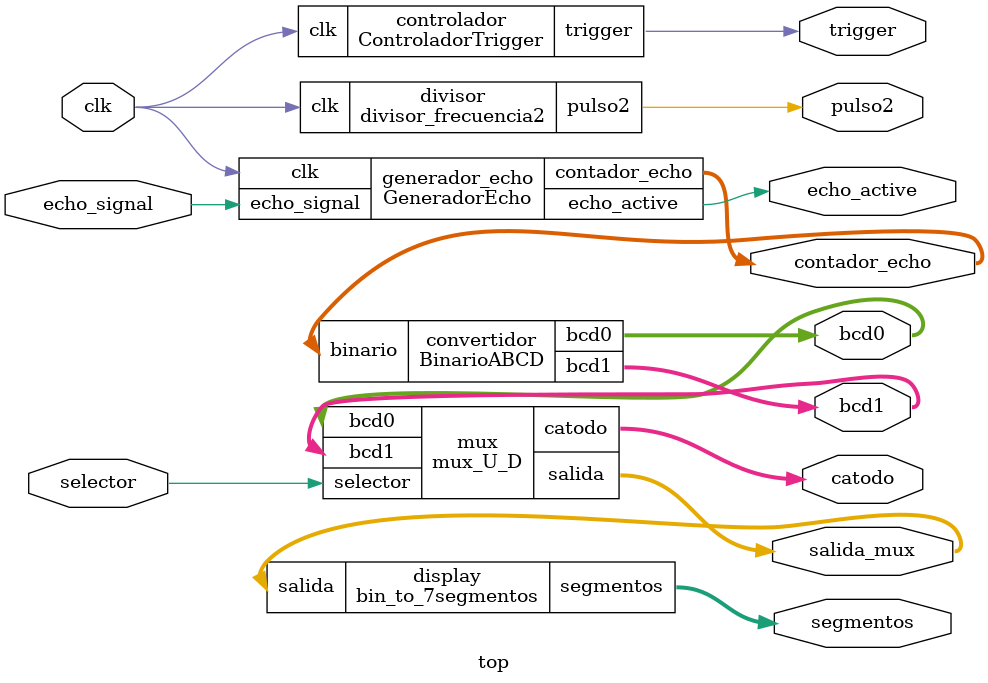
<source format=v>
module ControladorTrigger (
    input  wire clk,     // Señal de reloj de 25 MHz
    output wire trigger,  // Señal de trigger del sensor HCSR04
    output wire probe
);

  wire pulso;
  // Una sonda de pruebas
  //assign probe = pulso;

  // Instancia divisor de frecuencia
  DivisorFrecuencia divisor (
      .clk(clk),
      .pulso_start(pulso)
      // conexión de la señal lógica
  );

  // Instancia del generador de pulso
  GeneradorPulso generador (
      .clk(clk),
      .start(pulso),
      .trigger(trigger)
  
  );
endmodule


module DivisorFrecuencia (
    input wire clk,  // Señal de reloj de 25 MHz
    output reg pulso_start = 1'b0  // Señal de 191 Hz aprox.
);
  reg [18:0] contador = 19'b0;  // Contador para dividir la frecuencia
  
  always @(posedge clk) begin
    contador <= contador + 19'd1;
  
    if (contador <= 19'd1) begin  // 25 MHz / 191 Hz =  130900 ciclos de reloj
      pulso_start <= 1'd1;
    end else begin
      pulso_start <= 19'b0;
    end
  end
endmodule


module GeneradorPulso (
    input  wire clk,            // Señal de reloj de 25 MHz
    input  wire start,
    output reg  trigger = 1'b0  // Señal de trigger del sensor HCSR04
);

  reg [9:0] contador_us = 10'b0;  // Contador para los 10 microsegundos
  reg init = 1'b0;
  always @(posedge clk) begin

    // Si se percibe la señal de start hacer
    if (start == 1'b1) begin
      // Inicializar el conteo del trigger
      init <= 1'b1;
      // En caso contrario de no tener la señal de start debe verificar el init
    end else begin
      // Si init está en 1 debe empezar a contar
      if (init == 1'b1) begin
        // Contando
        contador_us = contador_us + 1;
        // Si la cuenta supera el límite debe poner en cero el triger y apagar
        // el init para que deje de hacer cuentas.
        if (contador_us > 24'd249) begin
          // Poner trigger en cero
          trigger <= 1'b0;
          // Detener cuenta
          init <= 1'b0;
          // En caso de que aún no se supere la cuenta debe mantener el
          // trigger en alto (1)
        end else begin
          // Trigger en 1
          trigger <= 1'b1;
        end
        // Debido a que el init está en cero, no debe contar más
      end else begin
        // Contador siempre en cero por no tener nueva cuenta
        contador_us <= 10'b0;
      end
    end

  end
endmodule

module GeneradorEcho (
    input wire clk,            // Señal de reloj de 25 MHz
    input wire echo_signal,    // Señal de ECHO del sensor
    output reg [6:0] contador_echo = 7'b0, // Contador de 14 bits para contar hasta 18250
    output reg echo_active = 1'b0,  // Indica si el ECHO está activa
	output reg reset = 1'b0
);

	parameter LIMITE = 127;  // Límite de conteo para 50 cm
	
	
    always @(posedge clk) begin
        if (echo_signal) begin
            echo_active <= 1'b1; // Activar señal de ECHO
            contador_echo <= contador_echo + 1; // Contar mientras ECHO está activo
        end else begin
            echo_active <= 1'b0; // Desactivar señal de ECHO
            contador_echo <= 7'b0; // Reiniciar el contador
        end
        
        if(contador_echo>=LIMITE)begin
			reset<=1'b0;
        end
        
        if (reset == 1'b1) begin
            contador_echo <= 7'b0;       // Reiniciar el contador
        end else if (contador_echo < LIMITE) begin
            contador_echo <= contador_echo + 1; // Incrementar el contador
        end else begin
            contador_echo <= 7'b0;       // Reiniciar el contador al alcanzar el límite
        end
    end
		
endmodule

module BinarioABCD (
    input wire [6:0] binario,     // Entrada de 7 bits en binario
    output reg [3:0] bcd0,         // Dígito de las unidades (0-9)
    output reg [3:0] bcd1          // Dígito de las decenas (0-9)
);

    integer i;
    reg [9:0] temp;  // Utilizamos un registro de 10 bits para el BCD

    always @(*) begin
        // Inicializar BCD
        bcd0 = 4'b0000;
        bcd1 = 4'b0000;
        temp = {3'b000, binario};  // Cargamos el valor binario en los 7 LSB

        // Algoritmo de conversión BCD
        for (i = 0; i < 7; i = i + 1) begin
            // Si el dígito es mayor o igual a 5, sumamos 3 para la corrección BCD
            if (temp[3:0] >= 4'b0101) begin
                temp[3:0] = temp[3:0] + 4'b0011;  // Unidades
            end
            if (temp[7:4] >= 4'b0101) begin
                temp[7:4] = temp[7:4] + 4'b0011;  // Decenas
            end
            // Desplazar a la izquierda
            temp = temp << 1;
        end

        // Asignar resultados a las salidas BCD
        bcd0 = temp[3:0];   // Las unidades
        bcd1 = temp[7:4];   // Las decenas
    end
endmodule

//mux para escoger dìgito

module mux_U_D (
    input wire [3:0] bcd0,          // Entrada para el dígito de las unidades
    input wire [3:0] bcd1,          // Entrada para el dígito de las decenas
    input wire selector,             // Selector: 0 para bcd0, 1 para bcd1
    output reg [3:0] salida,          // Salida de 4 bits
	output reg [1:0] catodo         // Salida para los cátodos (0: unidades, 1: decenas)
);
	
    always @(*) begin
        case (selector)
            1'b0: begin
                salida = bcd0;      // Si selector es 0, asigna bcd0 a la salida
                catodo = 2'b10;  // Se puede definir cómo se comporta el cátodo
            end
            1'b1: begin
                salida = bcd1;      // Si selector es 1, asigna bcd1 a la salida
                catodo = 2'b01;  // Ejemplo: activo bajo para el cátodo
            end
            default: begin
                salida = 4'b0;   // En caso de valor no esperado, salida en 0
                catodo = 2'b11;   // En caso de valor no esperado, cátodo en 0
            end
        endcase
    end
    
endmodule

module bin_to_7segmentos (
    input wire [3:0] salida,         // Entrada binaria de 4 bits
    output reg [6:0] segmentos    // Salida para el display de 7 segmentos
);
    always @(*) begin
	segmentos = 7'b0000000;
	
        case (salida)
            4'b0000: segmentos[0] = 7'b0111111; // 0
            4'b0001: segmentos[1] = 7'b0000110; // 1
            4'b0010: segmentos[2] = 7'b1011011; // 2
            4'b0011: segmentos[3] = 7'b1001111; // 3
            4'b0100: segmentos[4] = 7'b1100110; // 4
            4'b0101: segmentos[5] = 7'b1101101; // 5
            4'b0110: segmentos[6] = 7'b1111101; // 6
            4'b0111: segmentos[7] = 7'b0000111; // 7
            4'b1000: segmentos[8] = 7'b1111111; // 8
            4'b1001: segmentos[9] = 7'b1100111; // 9
        endcase
	
    end
    
endmodule

//modulo de carita triste

module divisor_frecuencia2 (
    input wire clk,           // Señal de reloj de 25 MHz
    output reg pulso2 = 1'b0  // Señal de salida que corresponde a 500 kHz
);
    reg [5:0] contador = 6'b0;  // Contador de 6 bits para contar hasta 50

    always @(posedge clk) begin
        if (contador < 6'd49) begin
            contador <= contador + 1;  // Incrementar contador
            pulso2 <= 1'b0;             // Mantener pulso2 en 0
        end else begin
            pulso2 <= 1'b1;             // Generar pulso
        end
        if (pulso2) begin
            contador <= 6'b0;     // Reiniciar contador si pulso2 es 1
            pulso2 <= 1'b0;       // Desactivar pulso2
       end
    end
endmodule



//`include "./ControladorTrigger.v"
module top (
    input  clk,
    //input wire echo_signal,        // Señal ECHO del sensor
    // outputs
    output trigger,
    input wire echo_signal,
    output wire echo_active,        // Indica si el ECHO está activo
	output wire [6:0] contador_echo,
    output wire [3:0] bcd0,   // Salida para unidades
    output wire [3:0] bcd1,    // Salida para decenas
	output wire [3:0] salida_mux, // Salida del MUX
	input wire selector,
	output wire [6:0] segmentos, // Salida para el display de 7 segmentos
	output wire [1:0] catodo, // Salida para el cátodo del display
	output wire pulso2          // Salida de pulso2

);

  
  ControladorTrigger controlador (
      .clk(clk),
      .trigger(trigger)
  );
  
  // Instancia de GeneradorEcho
    GeneradorEcho generador_echo (
        .clk(clk),
        .echo_signal(echo_signal),
        .contador_echo(contador_echo),
        .echo_active(echo_active)
    );
    
    // Instancia de la conversión de binario a BCD
    BinarioABCD convertidor (
        .binario(contador_echo),
        .bcd0(bcd0),
        .bcd1(bcd1)
    );


	 // Instancia de mux_U_D
    mux_U_D mux (
        .bcd0(bcd0),
        .bcd1(bcd1),
        .selector(selector),
        .salida(salida_mux),      // Salida del MUX
		.catodo(catodo)
  
    );

   // Instancia del módulo de conversión a 7 segmentos
    bin_to_7segmentos display (
        .salida(salida_mux), // Conecta la salida del MUX
        .segmentos(segmentos)
    );

	// Instancia del divisor de frecuencia
    divisor_frecuencia2 divisor (
        .clk(clk),
        .pulso2(pulso2)  // Salida del pulso2
    );


endmodule

</source>
